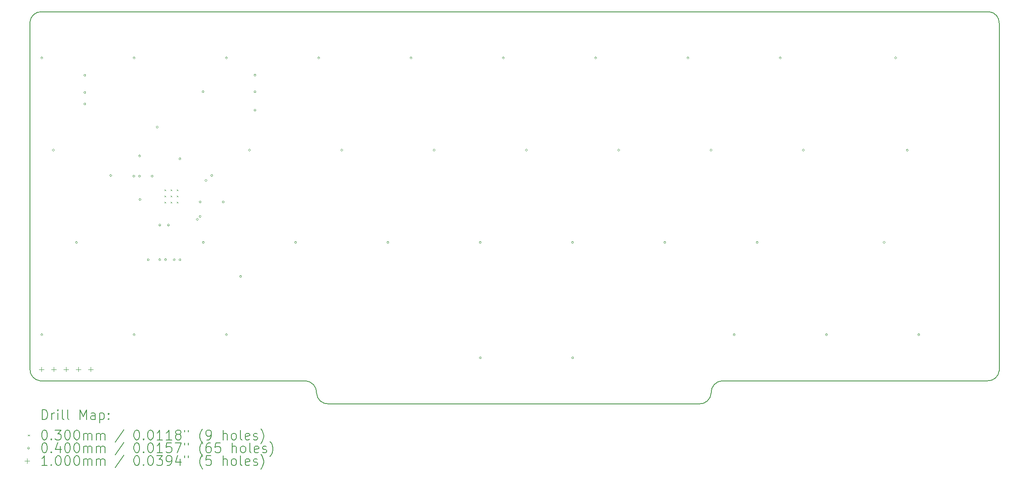
<source format=gbr>
%TF.GenerationSoftware,KiCad,Pcbnew,7.0.6*%
%TF.CreationDate,2023-07-18T22:48:36-04:00*%
%TF.ProjectId,cutiepie2040-standard-stagger,63757469-6570-4696-9532-3034302d7374,rev?*%
%TF.SameCoordinates,PX2d6b3a0PY7aa1830*%
%TF.FileFunction,Drillmap*%
%TF.FilePolarity,Positive*%
%FSLAX45Y45*%
G04 Gerber Fmt 4.5, Leading zero omitted, Abs format (unit mm)*
G04 Created by KiCad (PCBNEW 7.0.6) date 2023-07-18 22:48:36*
%MOMM*%
%LPD*%
G01*
G04 APERTURE LIST*
%ADD10C,0.200000*%
%ADD11C,0.030000*%
%ADD12C,0.040000*%
%ADD13C,0.100000*%
G04 APERTURE END LIST*
D10*
X5914395Y219057D02*
G75*
G03*
X6161467Y29I233053J14026D01*
G01*
X-16Y718780D02*
G75*
G03*
X209988Y476279I231184J-11977D01*
G01*
X20002488Y7857758D02*
X20002488Y687593D01*
X209988Y476279D02*
X5683967Y476279D01*
X20002491Y7857758D02*
G75*
G03*
X19794988Y8096279I-227903J11255D01*
G01*
X14287488Y476279D02*
X19761467Y476279D01*
X-12Y718779D02*
X-12Y7886485D01*
X14287488Y476271D02*
G75*
G03*
X14057061Y221978I11920J-242348D01*
G01*
X13809988Y30D02*
G75*
G03*
X14057061Y221978I12570J234502D01*
G01*
X6161467Y29D02*
X13809988Y29D01*
X5914395Y219057D02*
G75*
G03*
X5683967Y476279I-243827J13396D01*
G01*
X239988Y8096279D02*
G75*
G03*
X-12Y7886485I-10890J-229717D01*
G01*
X239988Y8096279D02*
X19794988Y8096279D01*
X19761466Y476275D02*
G75*
G03*
X20002488Y687593I10532J231097D01*
G01*
D11*
X2774539Y4428761D02*
X2804539Y4398761D01*
X2804539Y4428761D02*
X2774539Y4398761D01*
X2774539Y4301261D02*
X2804539Y4271261D01*
X2804539Y4301261D02*
X2774539Y4271261D01*
X2774539Y4173761D02*
X2804539Y4143761D01*
X2804539Y4173761D02*
X2774539Y4143761D01*
X2902039Y4428761D02*
X2932039Y4398761D01*
X2932039Y4428761D02*
X2902039Y4398761D01*
X2902039Y4301261D02*
X2932039Y4271261D01*
X2932039Y4301261D02*
X2902039Y4271261D01*
X2902039Y4173761D02*
X2932039Y4143761D01*
X2932039Y4173761D02*
X2902039Y4143761D01*
X3029539Y4428761D02*
X3059539Y4398761D01*
X3059539Y4428761D02*
X3029539Y4398761D01*
X3029539Y4301261D02*
X3059539Y4271261D01*
X3059539Y4301261D02*
X3029539Y4271261D01*
X3029539Y4173761D02*
X3059539Y4143761D01*
X3059539Y4173761D02*
X3029539Y4143761D01*
D12*
X263930Y7143779D02*
G75*
G03*
X263930Y7143779I-20000J0D01*
G01*
X263930Y1428779D02*
G75*
G03*
X263930Y1428779I-20000J0D01*
G01*
X502055Y5238779D02*
G75*
G03*
X502055Y5238779I-20000J0D01*
G01*
X978363Y3333779D02*
G75*
G03*
X978363Y3333779I-20000J0D01*
G01*
X1151087Y6786590D02*
G75*
G03*
X1151087Y6786590I-20000J0D01*
G01*
X1151087Y6430563D02*
G75*
G03*
X1151087Y6430563I-20000J0D01*
G01*
X1151087Y6191277D02*
G75*
G03*
X1151087Y6191277I-20000J0D01*
G01*
X1686868Y4716586D02*
G75*
G03*
X1686868Y4716586I-20000J0D01*
G01*
X2163119Y4702994D02*
G75*
G03*
X2163119Y4702994I-20000J0D01*
G01*
X2168930Y7143779D02*
G75*
G03*
X2168930Y7143779I-20000J0D01*
G01*
X2168930Y1428779D02*
G75*
G03*
X2168930Y1428779I-20000J0D01*
G01*
X2282181Y5119713D02*
G75*
G03*
X2282181Y5119713I-20000J0D01*
G01*
X2282181Y4702994D02*
G75*
G03*
X2282181Y4702994I-20000J0D01*
G01*
X2290397Y4218261D02*
G75*
G03*
X2290397Y4218261I-20000J0D01*
G01*
X2460775Y2976587D02*
G75*
G03*
X2460775Y2976587I-20000J0D01*
G01*
X2540109Y4702994D02*
G75*
G03*
X2540109Y4702994I-20000J0D01*
G01*
X2645180Y5715026D02*
G75*
G03*
X2645180Y5715026I-20000J0D01*
G01*
X2698901Y3690962D02*
G75*
G03*
X2698901Y3690962I-20000J0D01*
G01*
X2698901Y2976587D02*
G75*
G03*
X2698901Y2976587I-20000J0D01*
G01*
X2817963Y2976587D02*
G75*
G03*
X2817963Y2976587I-20000J0D01*
G01*
X2877494Y3690962D02*
G75*
G03*
X2877494Y3690962I-20000J0D01*
G01*
X2996557Y2976587D02*
G75*
G03*
X2996557Y2976587I-20000J0D01*
G01*
X3115620Y5060182D02*
G75*
G03*
X3115620Y5060182I-20000J0D01*
G01*
X3115620Y2976587D02*
G75*
G03*
X3115620Y2976587I-20000J0D01*
G01*
X3472807Y3810025D02*
G75*
G03*
X3472807Y3810025I-20000J0D01*
G01*
X3532339Y4170520D02*
G75*
G03*
X3532339Y4170520I-20000J0D01*
G01*
X3532339Y3869556D02*
G75*
G03*
X3532339Y3869556I-20000J0D01*
G01*
X3591885Y6445277D02*
G75*
G03*
X3591885Y6445277I-20000J0D01*
G01*
X3597701Y3333779D02*
G75*
G03*
X3597701Y3333779I-20000J0D01*
G01*
X3651401Y4613656D02*
G75*
G03*
X3651401Y4613656I-20000J0D01*
G01*
X3770464Y4716586D02*
G75*
G03*
X3770464Y4716586I-20000J0D01*
G01*
X4008589Y4170520D02*
G75*
G03*
X4008589Y4170520I-20000J0D01*
G01*
X4073930Y7143779D02*
G75*
G03*
X4073930Y7143779I-20000J0D01*
G01*
X4073930Y1428779D02*
G75*
G03*
X4073930Y1428779I-20000J0D01*
G01*
X4365777Y2630787D02*
G75*
G03*
X4365777Y2630787I-20000J0D01*
G01*
X4550180Y5238779D02*
G75*
G03*
X4550180Y5238779I-20000J0D01*
G01*
X4663433Y6786590D02*
G75*
G03*
X4663433Y6786590I-20000J0D01*
G01*
X4663433Y6445277D02*
G75*
G03*
X4663433Y6445277I-20000J0D01*
G01*
X4663433Y6064277D02*
G75*
G03*
X4663433Y6064277I-20000J0D01*
G01*
X5502738Y3333779D02*
G75*
G03*
X5502738Y3333779I-20000J0D01*
G01*
X5978930Y7143779D02*
G75*
G03*
X5978930Y7143779I-20000J0D01*
G01*
X6455180Y5238779D02*
G75*
G03*
X6455180Y5238779I-20000J0D01*
G01*
X7407738Y3333779D02*
G75*
G03*
X7407738Y3333779I-20000J0D01*
G01*
X7883930Y7143779D02*
G75*
G03*
X7883930Y7143779I-20000J0D01*
G01*
X8360180Y5238779D02*
G75*
G03*
X8360180Y5238779I-20000J0D01*
G01*
X9312738Y3333779D02*
G75*
G03*
X9312738Y3333779I-20000J0D01*
G01*
X9312738Y952522D02*
G75*
G03*
X9312738Y952522I-20000J0D01*
G01*
X9788930Y7143779D02*
G75*
G03*
X9788930Y7143779I-20000J0D01*
G01*
X10265180Y5238779D02*
G75*
G03*
X10265180Y5238779I-20000J0D01*
G01*
X11217738Y3333779D02*
G75*
G03*
X11217738Y3333779I-20000J0D01*
G01*
X11217738Y952522D02*
G75*
G03*
X11217738Y952522I-20000J0D01*
G01*
X11693930Y7143779D02*
G75*
G03*
X11693930Y7143779I-20000J0D01*
G01*
X12170180Y5238779D02*
G75*
G03*
X12170180Y5238779I-20000J0D01*
G01*
X13120811Y3333779D02*
G75*
G03*
X13120811Y3333779I-20000J0D01*
G01*
X13598930Y7143779D02*
G75*
G03*
X13598930Y7143779I-20000J0D01*
G01*
X14075180Y5238779D02*
G75*
G03*
X14075180Y5238779I-20000J0D01*
G01*
X14551430Y1428779D02*
G75*
G03*
X14551430Y1428779I-20000J0D01*
G01*
X15027738Y3333779D02*
G75*
G03*
X15027738Y3333779I-20000J0D01*
G01*
X15503930Y7143779D02*
G75*
G03*
X15503930Y7143779I-20000J0D01*
G01*
X15980180Y5238779D02*
G75*
G03*
X15980180Y5238779I-20000J0D01*
G01*
X16456430Y1428779D02*
G75*
G03*
X16456430Y1428779I-20000J0D01*
G01*
X17647113Y3333779D02*
G75*
G03*
X17647113Y3333779I-20000J0D01*
G01*
X17885180Y7143779D02*
G75*
G03*
X17885180Y7143779I-20000J0D01*
G01*
X18123305Y5238779D02*
G75*
G03*
X18123305Y5238779I-20000J0D01*
G01*
X18361488Y1428754D02*
G75*
G03*
X18361488Y1428754I-20000J0D01*
G01*
D13*
X238117Y764397D02*
X238117Y664397D01*
X188117Y714397D02*
X288117Y714397D01*
X492117Y764397D02*
X492117Y664397D01*
X442117Y714397D02*
X542117Y714397D01*
X746117Y764397D02*
X746117Y664397D01*
X696117Y714397D02*
X796117Y714397D01*
X1000117Y764397D02*
X1000117Y664397D01*
X950117Y714397D02*
X1050117Y714397D01*
X1254117Y764397D02*
X1254117Y664397D01*
X1204117Y714397D02*
X1304117Y714397D01*
D10*
X250451Y-321876D02*
X250451Y-121876D01*
X250451Y-121876D02*
X298070Y-121876D01*
X298070Y-121876D02*
X326641Y-131399D01*
X326641Y-131399D02*
X345689Y-150447D01*
X345689Y-150447D02*
X355213Y-169495D01*
X355213Y-169495D02*
X364737Y-207590D01*
X364737Y-207590D02*
X364737Y-236161D01*
X364737Y-236161D02*
X355213Y-274257D01*
X355213Y-274257D02*
X345689Y-293304D01*
X345689Y-293304D02*
X326641Y-312352D01*
X326641Y-312352D02*
X298070Y-321876D01*
X298070Y-321876D02*
X250451Y-321876D01*
X450451Y-321876D02*
X450451Y-188542D01*
X450451Y-226637D02*
X459975Y-207590D01*
X459975Y-207590D02*
X469498Y-198066D01*
X469498Y-198066D02*
X488546Y-188542D01*
X488546Y-188542D02*
X507594Y-188542D01*
X574260Y-321876D02*
X574260Y-188542D01*
X574260Y-121876D02*
X564737Y-131399D01*
X564737Y-131399D02*
X574260Y-140923D01*
X574260Y-140923D02*
X583784Y-131399D01*
X583784Y-131399D02*
X574260Y-121876D01*
X574260Y-121876D02*
X574260Y-140923D01*
X698070Y-321876D02*
X679022Y-312352D01*
X679022Y-312352D02*
X669499Y-293304D01*
X669499Y-293304D02*
X669499Y-121876D01*
X802832Y-321876D02*
X783784Y-312352D01*
X783784Y-312352D02*
X774260Y-293304D01*
X774260Y-293304D02*
X774260Y-121876D01*
X1031403Y-321876D02*
X1031403Y-121876D01*
X1031403Y-121876D02*
X1098070Y-264733D01*
X1098070Y-264733D02*
X1164737Y-121876D01*
X1164737Y-121876D02*
X1164737Y-321876D01*
X1345689Y-321876D02*
X1345689Y-217114D01*
X1345689Y-217114D02*
X1336165Y-198066D01*
X1336165Y-198066D02*
X1317118Y-188542D01*
X1317118Y-188542D02*
X1279022Y-188542D01*
X1279022Y-188542D02*
X1259975Y-198066D01*
X1345689Y-312352D02*
X1326641Y-321876D01*
X1326641Y-321876D02*
X1279022Y-321876D01*
X1279022Y-321876D02*
X1259975Y-312352D01*
X1259975Y-312352D02*
X1250451Y-293304D01*
X1250451Y-293304D02*
X1250451Y-274257D01*
X1250451Y-274257D02*
X1259975Y-255209D01*
X1259975Y-255209D02*
X1279022Y-245685D01*
X1279022Y-245685D02*
X1326641Y-245685D01*
X1326641Y-245685D02*
X1345689Y-236161D01*
X1440927Y-188542D02*
X1440927Y-388542D01*
X1440927Y-198066D02*
X1459975Y-188542D01*
X1459975Y-188542D02*
X1498070Y-188542D01*
X1498070Y-188542D02*
X1517118Y-198066D01*
X1517118Y-198066D02*
X1526641Y-207590D01*
X1526641Y-207590D02*
X1536165Y-226637D01*
X1536165Y-226637D02*
X1536165Y-283780D01*
X1536165Y-283780D02*
X1526641Y-302828D01*
X1526641Y-302828D02*
X1517118Y-312352D01*
X1517118Y-312352D02*
X1498070Y-321876D01*
X1498070Y-321876D02*
X1459975Y-321876D01*
X1459975Y-321876D02*
X1440927Y-312352D01*
X1621879Y-302828D02*
X1631403Y-312352D01*
X1631403Y-312352D02*
X1621879Y-321876D01*
X1621879Y-321876D02*
X1612356Y-312352D01*
X1612356Y-312352D02*
X1621879Y-302828D01*
X1621879Y-302828D02*
X1621879Y-321876D01*
X1621879Y-198066D02*
X1631403Y-207590D01*
X1631403Y-207590D02*
X1621879Y-217114D01*
X1621879Y-217114D02*
X1612356Y-207590D01*
X1612356Y-207590D02*
X1621879Y-198066D01*
X1621879Y-198066D02*
X1621879Y-217114D01*
D11*
X-40326Y-635392D02*
X-10326Y-665392D01*
X-10326Y-635392D02*
X-40326Y-665392D01*
D10*
X288546Y-541876D02*
X307594Y-541876D01*
X307594Y-541876D02*
X326641Y-551399D01*
X326641Y-551399D02*
X336165Y-560923D01*
X336165Y-560923D02*
X345689Y-579971D01*
X345689Y-579971D02*
X355213Y-618066D01*
X355213Y-618066D02*
X355213Y-665685D01*
X355213Y-665685D02*
X345689Y-703780D01*
X345689Y-703780D02*
X336165Y-722828D01*
X336165Y-722828D02*
X326641Y-732352D01*
X326641Y-732352D02*
X307594Y-741876D01*
X307594Y-741876D02*
X288546Y-741876D01*
X288546Y-741876D02*
X269499Y-732352D01*
X269499Y-732352D02*
X259975Y-722828D01*
X259975Y-722828D02*
X250451Y-703780D01*
X250451Y-703780D02*
X240927Y-665685D01*
X240927Y-665685D02*
X240927Y-618066D01*
X240927Y-618066D02*
X250451Y-579971D01*
X250451Y-579971D02*
X259975Y-560923D01*
X259975Y-560923D02*
X269499Y-551399D01*
X269499Y-551399D02*
X288546Y-541876D01*
X440927Y-722828D02*
X450451Y-732352D01*
X450451Y-732352D02*
X440927Y-741876D01*
X440927Y-741876D02*
X431403Y-732352D01*
X431403Y-732352D02*
X440927Y-722828D01*
X440927Y-722828D02*
X440927Y-741876D01*
X517118Y-541876D02*
X640927Y-541876D01*
X640927Y-541876D02*
X574260Y-618066D01*
X574260Y-618066D02*
X602832Y-618066D01*
X602832Y-618066D02*
X621880Y-627590D01*
X621880Y-627590D02*
X631403Y-637114D01*
X631403Y-637114D02*
X640927Y-656161D01*
X640927Y-656161D02*
X640927Y-703780D01*
X640927Y-703780D02*
X631403Y-722828D01*
X631403Y-722828D02*
X621880Y-732352D01*
X621880Y-732352D02*
X602832Y-741876D01*
X602832Y-741876D02*
X545689Y-741876D01*
X545689Y-741876D02*
X526641Y-732352D01*
X526641Y-732352D02*
X517118Y-722828D01*
X764737Y-541876D02*
X783784Y-541876D01*
X783784Y-541876D02*
X802832Y-551399D01*
X802832Y-551399D02*
X812356Y-560923D01*
X812356Y-560923D02*
X821879Y-579971D01*
X821879Y-579971D02*
X831403Y-618066D01*
X831403Y-618066D02*
X831403Y-665685D01*
X831403Y-665685D02*
X821879Y-703780D01*
X821879Y-703780D02*
X812356Y-722828D01*
X812356Y-722828D02*
X802832Y-732352D01*
X802832Y-732352D02*
X783784Y-741876D01*
X783784Y-741876D02*
X764737Y-741876D01*
X764737Y-741876D02*
X745689Y-732352D01*
X745689Y-732352D02*
X736165Y-722828D01*
X736165Y-722828D02*
X726641Y-703780D01*
X726641Y-703780D02*
X717118Y-665685D01*
X717118Y-665685D02*
X717118Y-618066D01*
X717118Y-618066D02*
X726641Y-579971D01*
X726641Y-579971D02*
X736165Y-560923D01*
X736165Y-560923D02*
X745689Y-551399D01*
X745689Y-551399D02*
X764737Y-541876D01*
X955213Y-541876D02*
X974260Y-541876D01*
X974260Y-541876D02*
X993308Y-551399D01*
X993308Y-551399D02*
X1002832Y-560923D01*
X1002832Y-560923D02*
X1012356Y-579971D01*
X1012356Y-579971D02*
X1021879Y-618066D01*
X1021879Y-618066D02*
X1021879Y-665685D01*
X1021879Y-665685D02*
X1012356Y-703780D01*
X1012356Y-703780D02*
X1002832Y-722828D01*
X1002832Y-722828D02*
X993308Y-732352D01*
X993308Y-732352D02*
X974260Y-741876D01*
X974260Y-741876D02*
X955213Y-741876D01*
X955213Y-741876D02*
X936165Y-732352D01*
X936165Y-732352D02*
X926641Y-722828D01*
X926641Y-722828D02*
X917118Y-703780D01*
X917118Y-703780D02*
X907594Y-665685D01*
X907594Y-665685D02*
X907594Y-618066D01*
X907594Y-618066D02*
X917118Y-579971D01*
X917118Y-579971D02*
X926641Y-560923D01*
X926641Y-560923D02*
X936165Y-551399D01*
X936165Y-551399D02*
X955213Y-541876D01*
X1107594Y-741876D02*
X1107594Y-608542D01*
X1107594Y-627590D02*
X1117118Y-618066D01*
X1117118Y-618066D02*
X1136165Y-608542D01*
X1136165Y-608542D02*
X1164737Y-608542D01*
X1164737Y-608542D02*
X1183784Y-618066D01*
X1183784Y-618066D02*
X1193308Y-637114D01*
X1193308Y-637114D02*
X1193308Y-741876D01*
X1193308Y-637114D02*
X1202832Y-618066D01*
X1202832Y-618066D02*
X1221880Y-608542D01*
X1221880Y-608542D02*
X1250451Y-608542D01*
X1250451Y-608542D02*
X1269499Y-618066D01*
X1269499Y-618066D02*
X1279022Y-637114D01*
X1279022Y-637114D02*
X1279022Y-741876D01*
X1374261Y-741876D02*
X1374261Y-608542D01*
X1374261Y-627590D02*
X1383784Y-618066D01*
X1383784Y-618066D02*
X1402832Y-608542D01*
X1402832Y-608542D02*
X1431403Y-608542D01*
X1431403Y-608542D02*
X1450451Y-618066D01*
X1450451Y-618066D02*
X1459975Y-637114D01*
X1459975Y-637114D02*
X1459975Y-741876D01*
X1459975Y-637114D02*
X1469499Y-618066D01*
X1469499Y-618066D02*
X1488546Y-608542D01*
X1488546Y-608542D02*
X1517118Y-608542D01*
X1517118Y-608542D02*
X1536165Y-618066D01*
X1536165Y-618066D02*
X1545689Y-637114D01*
X1545689Y-637114D02*
X1545689Y-741876D01*
X1936165Y-532352D02*
X1764737Y-789495D01*
X2193308Y-541876D02*
X2212356Y-541876D01*
X2212356Y-541876D02*
X2231404Y-551399D01*
X2231404Y-551399D02*
X2240927Y-560923D01*
X2240927Y-560923D02*
X2250451Y-579971D01*
X2250451Y-579971D02*
X2259975Y-618066D01*
X2259975Y-618066D02*
X2259975Y-665685D01*
X2259975Y-665685D02*
X2250451Y-703780D01*
X2250451Y-703780D02*
X2240927Y-722828D01*
X2240927Y-722828D02*
X2231404Y-732352D01*
X2231404Y-732352D02*
X2212356Y-741876D01*
X2212356Y-741876D02*
X2193308Y-741876D01*
X2193308Y-741876D02*
X2174261Y-732352D01*
X2174261Y-732352D02*
X2164737Y-722828D01*
X2164737Y-722828D02*
X2155213Y-703780D01*
X2155213Y-703780D02*
X2145689Y-665685D01*
X2145689Y-665685D02*
X2145689Y-618066D01*
X2145689Y-618066D02*
X2155213Y-579971D01*
X2155213Y-579971D02*
X2164737Y-560923D01*
X2164737Y-560923D02*
X2174261Y-551399D01*
X2174261Y-551399D02*
X2193308Y-541876D01*
X2345689Y-722828D02*
X2355213Y-732352D01*
X2355213Y-732352D02*
X2345689Y-741876D01*
X2345689Y-741876D02*
X2336165Y-732352D01*
X2336165Y-732352D02*
X2345689Y-722828D01*
X2345689Y-722828D02*
X2345689Y-741876D01*
X2479023Y-541876D02*
X2498070Y-541876D01*
X2498070Y-541876D02*
X2517118Y-551399D01*
X2517118Y-551399D02*
X2526642Y-560923D01*
X2526642Y-560923D02*
X2536165Y-579971D01*
X2536165Y-579971D02*
X2545689Y-618066D01*
X2545689Y-618066D02*
X2545689Y-665685D01*
X2545689Y-665685D02*
X2536165Y-703780D01*
X2536165Y-703780D02*
X2526642Y-722828D01*
X2526642Y-722828D02*
X2517118Y-732352D01*
X2517118Y-732352D02*
X2498070Y-741876D01*
X2498070Y-741876D02*
X2479023Y-741876D01*
X2479023Y-741876D02*
X2459975Y-732352D01*
X2459975Y-732352D02*
X2450451Y-722828D01*
X2450451Y-722828D02*
X2440927Y-703780D01*
X2440927Y-703780D02*
X2431404Y-665685D01*
X2431404Y-665685D02*
X2431404Y-618066D01*
X2431404Y-618066D02*
X2440927Y-579971D01*
X2440927Y-579971D02*
X2450451Y-560923D01*
X2450451Y-560923D02*
X2459975Y-551399D01*
X2459975Y-551399D02*
X2479023Y-541876D01*
X2736165Y-741876D02*
X2621880Y-741876D01*
X2679023Y-741876D02*
X2679023Y-541876D01*
X2679023Y-541876D02*
X2659975Y-570447D01*
X2659975Y-570447D02*
X2640927Y-589495D01*
X2640927Y-589495D02*
X2621880Y-599018D01*
X2926642Y-741876D02*
X2812356Y-741876D01*
X2869499Y-741876D02*
X2869499Y-541876D01*
X2869499Y-541876D02*
X2850451Y-570447D01*
X2850451Y-570447D02*
X2831403Y-589495D01*
X2831403Y-589495D02*
X2812356Y-599018D01*
X3040927Y-627590D02*
X3021880Y-618066D01*
X3021880Y-618066D02*
X3012356Y-608542D01*
X3012356Y-608542D02*
X3002832Y-589495D01*
X3002832Y-589495D02*
X3002832Y-579971D01*
X3002832Y-579971D02*
X3012356Y-560923D01*
X3012356Y-560923D02*
X3021880Y-551399D01*
X3021880Y-551399D02*
X3040927Y-541876D01*
X3040927Y-541876D02*
X3079023Y-541876D01*
X3079023Y-541876D02*
X3098070Y-551399D01*
X3098070Y-551399D02*
X3107594Y-560923D01*
X3107594Y-560923D02*
X3117118Y-579971D01*
X3117118Y-579971D02*
X3117118Y-589495D01*
X3117118Y-589495D02*
X3107594Y-608542D01*
X3107594Y-608542D02*
X3098070Y-618066D01*
X3098070Y-618066D02*
X3079023Y-627590D01*
X3079023Y-627590D02*
X3040927Y-627590D01*
X3040927Y-627590D02*
X3021880Y-637114D01*
X3021880Y-637114D02*
X3012356Y-646638D01*
X3012356Y-646638D02*
X3002832Y-665685D01*
X3002832Y-665685D02*
X3002832Y-703780D01*
X3002832Y-703780D02*
X3012356Y-722828D01*
X3012356Y-722828D02*
X3021880Y-732352D01*
X3021880Y-732352D02*
X3040927Y-741876D01*
X3040927Y-741876D02*
X3079023Y-741876D01*
X3079023Y-741876D02*
X3098070Y-732352D01*
X3098070Y-732352D02*
X3107594Y-722828D01*
X3107594Y-722828D02*
X3117118Y-703780D01*
X3117118Y-703780D02*
X3117118Y-665685D01*
X3117118Y-665685D02*
X3107594Y-646638D01*
X3107594Y-646638D02*
X3098070Y-637114D01*
X3098070Y-637114D02*
X3079023Y-627590D01*
X3193308Y-541876D02*
X3193308Y-579971D01*
X3269499Y-541876D02*
X3269499Y-579971D01*
X3564737Y-818066D02*
X3555213Y-808542D01*
X3555213Y-808542D02*
X3536165Y-779971D01*
X3536165Y-779971D02*
X3526642Y-760923D01*
X3526642Y-760923D02*
X3517118Y-732352D01*
X3517118Y-732352D02*
X3507594Y-684733D01*
X3507594Y-684733D02*
X3507594Y-646638D01*
X3507594Y-646638D02*
X3517118Y-599018D01*
X3517118Y-599018D02*
X3526642Y-570447D01*
X3526642Y-570447D02*
X3536165Y-551399D01*
X3536165Y-551399D02*
X3555213Y-522828D01*
X3555213Y-522828D02*
X3564737Y-513304D01*
X3650451Y-741876D02*
X3688546Y-741876D01*
X3688546Y-741876D02*
X3707594Y-732352D01*
X3707594Y-732352D02*
X3717118Y-722828D01*
X3717118Y-722828D02*
X3736165Y-694257D01*
X3736165Y-694257D02*
X3745689Y-656161D01*
X3745689Y-656161D02*
X3745689Y-579971D01*
X3745689Y-579971D02*
X3736165Y-560923D01*
X3736165Y-560923D02*
X3726642Y-551399D01*
X3726642Y-551399D02*
X3707594Y-541876D01*
X3707594Y-541876D02*
X3669499Y-541876D01*
X3669499Y-541876D02*
X3650451Y-551399D01*
X3650451Y-551399D02*
X3640927Y-560923D01*
X3640927Y-560923D02*
X3631404Y-579971D01*
X3631404Y-579971D02*
X3631404Y-627590D01*
X3631404Y-627590D02*
X3640927Y-646638D01*
X3640927Y-646638D02*
X3650451Y-656161D01*
X3650451Y-656161D02*
X3669499Y-665685D01*
X3669499Y-665685D02*
X3707594Y-665685D01*
X3707594Y-665685D02*
X3726642Y-656161D01*
X3726642Y-656161D02*
X3736165Y-646638D01*
X3736165Y-646638D02*
X3745689Y-627590D01*
X3983785Y-741876D02*
X3983785Y-541876D01*
X4069499Y-741876D02*
X4069499Y-637114D01*
X4069499Y-637114D02*
X4059975Y-618066D01*
X4059975Y-618066D02*
X4040927Y-608542D01*
X4040927Y-608542D02*
X4012356Y-608542D01*
X4012356Y-608542D02*
X3993308Y-618066D01*
X3993308Y-618066D02*
X3983785Y-627590D01*
X4193308Y-741876D02*
X4174261Y-732352D01*
X4174261Y-732352D02*
X4164737Y-722828D01*
X4164737Y-722828D02*
X4155213Y-703780D01*
X4155213Y-703780D02*
X4155213Y-646638D01*
X4155213Y-646638D02*
X4164737Y-627590D01*
X4164737Y-627590D02*
X4174261Y-618066D01*
X4174261Y-618066D02*
X4193308Y-608542D01*
X4193308Y-608542D02*
X4221880Y-608542D01*
X4221880Y-608542D02*
X4240928Y-618066D01*
X4240928Y-618066D02*
X4250451Y-627590D01*
X4250451Y-627590D02*
X4259975Y-646638D01*
X4259975Y-646638D02*
X4259975Y-703780D01*
X4259975Y-703780D02*
X4250451Y-722828D01*
X4250451Y-722828D02*
X4240928Y-732352D01*
X4240928Y-732352D02*
X4221880Y-741876D01*
X4221880Y-741876D02*
X4193308Y-741876D01*
X4374261Y-741876D02*
X4355213Y-732352D01*
X4355213Y-732352D02*
X4345689Y-713304D01*
X4345689Y-713304D02*
X4345689Y-541876D01*
X4526642Y-732352D02*
X4507594Y-741876D01*
X4507594Y-741876D02*
X4469499Y-741876D01*
X4469499Y-741876D02*
X4450451Y-732352D01*
X4450451Y-732352D02*
X4440928Y-713304D01*
X4440928Y-713304D02*
X4440928Y-637114D01*
X4440928Y-637114D02*
X4450451Y-618066D01*
X4450451Y-618066D02*
X4469499Y-608542D01*
X4469499Y-608542D02*
X4507594Y-608542D01*
X4507594Y-608542D02*
X4526642Y-618066D01*
X4526642Y-618066D02*
X4536166Y-637114D01*
X4536166Y-637114D02*
X4536166Y-656161D01*
X4536166Y-656161D02*
X4440928Y-675209D01*
X4612356Y-732352D02*
X4631404Y-741876D01*
X4631404Y-741876D02*
X4669499Y-741876D01*
X4669499Y-741876D02*
X4688547Y-732352D01*
X4688547Y-732352D02*
X4698070Y-713304D01*
X4698070Y-713304D02*
X4698070Y-703780D01*
X4698070Y-703780D02*
X4688547Y-684733D01*
X4688547Y-684733D02*
X4669499Y-675209D01*
X4669499Y-675209D02*
X4640928Y-675209D01*
X4640928Y-675209D02*
X4621880Y-665685D01*
X4621880Y-665685D02*
X4612356Y-646638D01*
X4612356Y-646638D02*
X4612356Y-637114D01*
X4612356Y-637114D02*
X4621880Y-618066D01*
X4621880Y-618066D02*
X4640928Y-608542D01*
X4640928Y-608542D02*
X4669499Y-608542D01*
X4669499Y-608542D02*
X4688547Y-618066D01*
X4764737Y-818066D02*
X4774261Y-808542D01*
X4774261Y-808542D02*
X4793309Y-779971D01*
X4793309Y-779971D02*
X4802832Y-760923D01*
X4802832Y-760923D02*
X4812356Y-732352D01*
X4812356Y-732352D02*
X4821880Y-684733D01*
X4821880Y-684733D02*
X4821880Y-646638D01*
X4821880Y-646638D02*
X4812356Y-599018D01*
X4812356Y-599018D02*
X4802832Y-570447D01*
X4802832Y-570447D02*
X4793309Y-551399D01*
X4793309Y-551399D02*
X4774261Y-522828D01*
X4774261Y-522828D02*
X4764737Y-513304D01*
D12*
X-10326Y-914392D02*
G75*
G03*
X-10326Y-914392I-20000J0D01*
G01*
D10*
X288546Y-805876D02*
X307594Y-805876D01*
X307594Y-805876D02*
X326641Y-815399D01*
X326641Y-815399D02*
X336165Y-824923D01*
X336165Y-824923D02*
X345689Y-843971D01*
X345689Y-843971D02*
X355213Y-882066D01*
X355213Y-882066D02*
X355213Y-929685D01*
X355213Y-929685D02*
X345689Y-967780D01*
X345689Y-967780D02*
X336165Y-986828D01*
X336165Y-986828D02*
X326641Y-996352D01*
X326641Y-996352D02*
X307594Y-1005876D01*
X307594Y-1005876D02*
X288546Y-1005876D01*
X288546Y-1005876D02*
X269499Y-996352D01*
X269499Y-996352D02*
X259975Y-986828D01*
X259975Y-986828D02*
X250451Y-967780D01*
X250451Y-967780D02*
X240927Y-929685D01*
X240927Y-929685D02*
X240927Y-882066D01*
X240927Y-882066D02*
X250451Y-843971D01*
X250451Y-843971D02*
X259975Y-824923D01*
X259975Y-824923D02*
X269499Y-815399D01*
X269499Y-815399D02*
X288546Y-805876D01*
X440927Y-986828D02*
X450451Y-996352D01*
X450451Y-996352D02*
X440927Y-1005876D01*
X440927Y-1005876D02*
X431403Y-996352D01*
X431403Y-996352D02*
X440927Y-986828D01*
X440927Y-986828D02*
X440927Y-1005876D01*
X621880Y-872542D02*
X621880Y-1005876D01*
X574260Y-796352D02*
X526641Y-939209D01*
X526641Y-939209D02*
X650451Y-939209D01*
X764737Y-805876D02*
X783784Y-805876D01*
X783784Y-805876D02*
X802832Y-815399D01*
X802832Y-815399D02*
X812356Y-824923D01*
X812356Y-824923D02*
X821879Y-843971D01*
X821879Y-843971D02*
X831403Y-882066D01*
X831403Y-882066D02*
X831403Y-929685D01*
X831403Y-929685D02*
X821879Y-967780D01*
X821879Y-967780D02*
X812356Y-986828D01*
X812356Y-986828D02*
X802832Y-996352D01*
X802832Y-996352D02*
X783784Y-1005876D01*
X783784Y-1005876D02*
X764737Y-1005876D01*
X764737Y-1005876D02*
X745689Y-996352D01*
X745689Y-996352D02*
X736165Y-986828D01*
X736165Y-986828D02*
X726641Y-967780D01*
X726641Y-967780D02*
X717118Y-929685D01*
X717118Y-929685D02*
X717118Y-882066D01*
X717118Y-882066D02*
X726641Y-843971D01*
X726641Y-843971D02*
X736165Y-824923D01*
X736165Y-824923D02*
X745689Y-815399D01*
X745689Y-815399D02*
X764737Y-805876D01*
X955213Y-805876D02*
X974260Y-805876D01*
X974260Y-805876D02*
X993308Y-815399D01*
X993308Y-815399D02*
X1002832Y-824923D01*
X1002832Y-824923D02*
X1012356Y-843971D01*
X1012356Y-843971D02*
X1021879Y-882066D01*
X1021879Y-882066D02*
X1021879Y-929685D01*
X1021879Y-929685D02*
X1012356Y-967780D01*
X1012356Y-967780D02*
X1002832Y-986828D01*
X1002832Y-986828D02*
X993308Y-996352D01*
X993308Y-996352D02*
X974260Y-1005876D01*
X974260Y-1005876D02*
X955213Y-1005876D01*
X955213Y-1005876D02*
X936165Y-996352D01*
X936165Y-996352D02*
X926641Y-986828D01*
X926641Y-986828D02*
X917118Y-967780D01*
X917118Y-967780D02*
X907594Y-929685D01*
X907594Y-929685D02*
X907594Y-882066D01*
X907594Y-882066D02*
X917118Y-843971D01*
X917118Y-843971D02*
X926641Y-824923D01*
X926641Y-824923D02*
X936165Y-815399D01*
X936165Y-815399D02*
X955213Y-805876D01*
X1107594Y-1005876D02*
X1107594Y-872542D01*
X1107594Y-891590D02*
X1117118Y-882066D01*
X1117118Y-882066D02*
X1136165Y-872542D01*
X1136165Y-872542D02*
X1164737Y-872542D01*
X1164737Y-872542D02*
X1183784Y-882066D01*
X1183784Y-882066D02*
X1193308Y-901114D01*
X1193308Y-901114D02*
X1193308Y-1005876D01*
X1193308Y-901114D02*
X1202832Y-882066D01*
X1202832Y-882066D02*
X1221880Y-872542D01*
X1221880Y-872542D02*
X1250451Y-872542D01*
X1250451Y-872542D02*
X1269499Y-882066D01*
X1269499Y-882066D02*
X1279022Y-901114D01*
X1279022Y-901114D02*
X1279022Y-1005876D01*
X1374261Y-1005876D02*
X1374261Y-872542D01*
X1374261Y-891590D02*
X1383784Y-882066D01*
X1383784Y-882066D02*
X1402832Y-872542D01*
X1402832Y-872542D02*
X1431403Y-872542D01*
X1431403Y-872542D02*
X1450451Y-882066D01*
X1450451Y-882066D02*
X1459975Y-901114D01*
X1459975Y-901114D02*
X1459975Y-1005876D01*
X1459975Y-901114D02*
X1469499Y-882066D01*
X1469499Y-882066D02*
X1488546Y-872542D01*
X1488546Y-872542D02*
X1517118Y-872542D01*
X1517118Y-872542D02*
X1536165Y-882066D01*
X1536165Y-882066D02*
X1545689Y-901114D01*
X1545689Y-901114D02*
X1545689Y-1005876D01*
X1936165Y-796352D02*
X1764737Y-1053495D01*
X2193308Y-805876D02*
X2212356Y-805876D01*
X2212356Y-805876D02*
X2231404Y-815399D01*
X2231404Y-815399D02*
X2240927Y-824923D01*
X2240927Y-824923D02*
X2250451Y-843971D01*
X2250451Y-843971D02*
X2259975Y-882066D01*
X2259975Y-882066D02*
X2259975Y-929685D01*
X2259975Y-929685D02*
X2250451Y-967780D01*
X2250451Y-967780D02*
X2240927Y-986828D01*
X2240927Y-986828D02*
X2231404Y-996352D01*
X2231404Y-996352D02*
X2212356Y-1005876D01*
X2212356Y-1005876D02*
X2193308Y-1005876D01*
X2193308Y-1005876D02*
X2174261Y-996352D01*
X2174261Y-996352D02*
X2164737Y-986828D01*
X2164737Y-986828D02*
X2155213Y-967780D01*
X2155213Y-967780D02*
X2145689Y-929685D01*
X2145689Y-929685D02*
X2145689Y-882066D01*
X2145689Y-882066D02*
X2155213Y-843971D01*
X2155213Y-843971D02*
X2164737Y-824923D01*
X2164737Y-824923D02*
X2174261Y-815399D01*
X2174261Y-815399D02*
X2193308Y-805876D01*
X2345689Y-986828D02*
X2355213Y-996352D01*
X2355213Y-996352D02*
X2345689Y-1005876D01*
X2345689Y-1005876D02*
X2336165Y-996352D01*
X2336165Y-996352D02*
X2345689Y-986828D01*
X2345689Y-986828D02*
X2345689Y-1005876D01*
X2479023Y-805876D02*
X2498070Y-805876D01*
X2498070Y-805876D02*
X2517118Y-815399D01*
X2517118Y-815399D02*
X2526642Y-824923D01*
X2526642Y-824923D02*
X2536165Y-843971D01*
X2536165Y-843971D02*
X2545689Y-882066D01*
X2545689Y-882066D02*
X2545689Y-929685D01*
X2545689Y-929685D02*
X2536165Y-967780D01*
X2536165Y-967780D02*
X2526642Y-986828D01*
X2526642Y-986828D02*
X2517118Y-996352D01*
X2517118Y-996352D02*
X2498070Y-1005876D01*
X2498070Y-1005876D02*
X2479023Y-1005876D01*
X2479023Y-1005876D02*
X2459975Y-996352D01*
X2459975Y-996352D02*
X2450451Y-986828D01*
X2450451Y-986828D02*
X2440927Y-967780D01*
X2440927Y-967780D02*
X2431404Y-929685D01*
X2431404Y-929685D02*
X2431404Y-882066D01*
X2431404Y-882066D02*
X2440927Y-843971D01*
X2440927Y-843971D02*
X2450451Y-824923D01*
X2450451Y-824923D02*
X2459975Y-815399D01*
X2459975Y-815399D02*
X2479023Y-805876D01*
X2736165Y-1005876D02*
X2621880Y-1005876D01*
X2679023Y-1005876D02*
X2679023Y-805876D01*
X2679023Y-805876D02*
X2659975Y-834447D01*
X2659975Y-834447D02*
X2640927Y-853495D01*
X2640927Y-853495D02*
X2621880Y-863018D01*
X2917118Y-805876D02*
X2821880Y-805876D01*
X2821880Y-805876D02*
X2812356Y-901114D01*
X2812356Y-901114D02*
X2821880Y-891590D01*
X2821880Y-891590D02*
X2840927Y-882066D01*
X2840927Y-882066D02*
X2888546Y-882066D01*
X2888546Y-882066D02*
X2907594Y-891590D01*
X2907594Y-891590D02*
X2917118Y-901114D01*
X2917118Y-901114D02*
X2926642Y-920161D01*
X2926642Y-920161D02*
X2926642Y-967780D01*
X2926642Y-967780D02*
X2917118Y-986828D01*
X2917118Y-986828D02*
X2907594Y-996352D01*
X2907594Y-996352D02*
X2888546Y-1005876D01*
X2888546Y-1005876D02*
X2840927Y-1005876D01*
X2840927Y-1005876D02*
X2821880Y-996352D01*
X2821880Y-996352D02*
X2812356Y-986828D01*
X2993308Y-805876D02*
X3126642Y-805876D01*
X3126642Y-805876D02*
X3040927Y-1005876D01*
X3193308Y-805876D02*
X3193308Y-843971D01*
X3269499Y-805876D02*
X3269499Y-843971D01*
X3564737Y-1082066D02*
X3555213Y-1072542D01*
X3555213Y-1072542D02*
X3536165Y-1043971D01*
X3536165Y-1043971D02*
X3526642Y-1024923D01*
X3526642Y-1024923D02*
X3517118Y-996352D01*
X3517118Y-996352D02*
X3507594Y-948733D01*
X3507594Y-948733D02*
X3507594Y-910637D01*
X3507594Y-910637D02*
X3517118Y-863018D01*
X3517118Y-863018D02*
X3526642Y-834447D01*
X3526642Y-834447D02*
X3536165Y-815399D01*
X3536165Y-815399D02*
X3555213Y-786828D01*
X3555213Y-786828D02*
X3564737Y-777304D01*
X3726642Y-805876D02*
X3688546Y-805876D01*
X3688546Y-805876D02*
X3669499Y-815399D01*
X3669499Y-815399D02*
X3659975Y-824923D01*
X3659975Y-824923D02*
X3640927Y-853495D01*
X3640927Y-853495D02*
X3631404Y-891590D01*
X3631404Y-891590D02*
X3631404Y-967780D01*
X3631404Y-967780D02*
X3640927Y-986828D01*
X3640927Y-986828D02*
X3650451Y-996352D01*
X3650451Y-996352D02*
X3669499Y-1005876D01*
X3669499Y-1005876D02*
X3707594Y-1005876D01*
X3707594Y-1005876D02*
X3726642Y-996352D01*
X3726642Y-996352D02*
X3736165Y-986828D01*
X3736165Y-986828D02*
X3745689Y-967780D01*
X3745689Y-967780D02*
X3745689Y-920161D01*
X3745689Y-920161D02*
X3736165Y-901114D01*
X3736165Y-901114D02*
X3726642Y-891590D01*
X3726642Y-891590D02*
X3707594Y-882066D01*
X3707594Y-882066D02*
X3669499Y-882066D01*
X3669499Y-882066D02*
X3650451Y-891590D01*
X3650451Y-891590D02*
X3640927Y-901114D01*
X3640927Y-901114D02*
X3631404Y-920161D01*
X3926642Y-805876D02*
X3831404Y-805876D01*
X3831404Y-805876D02*
X3821880Y-901114D01*
X3821880Y-901114D02*
X3831404Y-891590D01*
X3831404Y-891590D02*
X3850451Y-882066D01*
X3850451Y-882066D02*
X3898070Y-882066D01*
X3898070Y-882066D02*
X3917118Y-891590D01*
X3917118Y-891590D02*
X3926642Y-901114D01*
X3926642Y-901114D02*
X3936165Y-920161D01*
X3936165Y-920161D02*
X3936165Y-967780D01*
X3936165Y-967780D02*
X3926642Y-986828D01*
X3926642Y-986828D02*
X3917118Y-996352D01*
X3917118Y-996352D02*
X3898070Y-1005876D01*
X3898070Y-1005876D02*
X3850451Y-1005876D01*
X3850451Y-1005876D02*
X3831404Y-996352D01*
X3831404Y-996352D02*
X3821880Y-986828D01*
X4174261Y-1005876D02*
X4174261Y-805876D01*
X4259975Y-1005876D02*
X4259975Y-901114D01*
X4259975Y-901114D02*
X4250451Y-882066D01*
X4250451Y-882066D02*
X4231404Y-872542D01*
X4231404Y-872542D02*
X4202832Y-872542D01*
X4202832Y-872542D02*
X4183785Y-882066D01*
X4183785Y-882066D02*
X4174261Y-891590D01*
X4383785Y-1005876D02*
X4364737Y-996352D01*
X4364737Y-996352D02*
X4355213Y-986828D01*
X4355213Y-986828D02*
X4345689Y-967780D01*
X4345689Y-967780D02*
X4345689Y-910637D01*
X4345689Y-910637D02*
X4355213Y-891590D01*
X4355213Y-891590D02*
X4364737Y-882066D01*
X4364737Y-882066D02*
X4383785Y-872542D01*
X4383785Y-872542D02*
X4412356Y-872542D01*
X4412356Y-872542D02*
X4431404Y-882066D01*
X4431404Y-882066D02*
X4440928Y-891590D01*
X4440928Y-891590D02*
X4450451Y-910637D01*
X4450451Y-910637D02*
X4450451Y-967780D01*
X4450451Y-967780D02*
X4440928Y-986828D01*
X4440928Y-986828D02*
X4431404Y-996352D01*
X4431404Y-996352D02*
X4412356Y-1005876D01*
X4412356Y-1005876D02*
X4383785Y-1005876D01*
X4564737Y-1005876D02*
X4545689Y-996352D01*
X4545689Y-996352D02*
X4536166Y-977304D01*
X4536166Y-977304D02*
X4536166Y-805876D01*
X4717118Y-996352D02*
X4698070Y-1005876D01*
X4698070Y-1005876D02*
X4659975Y-1005876D01*
X4659975Y-1005876D02*
X4640928Y-996352D01*
X4640928Y-996352D02*
X4631404Y-977304D01*
X4631404Y-977304D02*
X4631404Y-901114D01*
X4631404Y-901114D02*
X4640928Y-882066D01*
X4640928Y-882066D02*
X4659975Y-872542D01*
X4659975Y-872542D02*
X4698070Y-872542D01*
X4698070Y-872542D02*
X4717118Y-882066D01*
X4717118Y-882066D02*
X4726642Y-901114D01*
X4726642Y-901114D02*
X4726642Y-920161D01*
X4726642Y-920161D02*
X4631404Y-939209D01*
X4802832Y-996352D02*
X4821880Y-1005876D01*
X4821880Y-1005876D02*
X4859975Y-1005876D01*
X4859975Y-1005876D02*
X4879023Y-996352D01*
X4879023Y-996352D02*
X4888547Y-977304D01*
X4888547Y-977304D02*
X4888547Y-967780D01*
X4888547Y-967780D02*
X4879023Y-948733D01*
X4879023Y-948733D02*
X4859975Y-939209D01*
X4859975Y-939209D02*
X4831404Y-939209D01*
X4831404Y-939209D02*
X4812356Y-929685D01*
X4812356Y-929685D02*
X4802832Y-910637D01*
X4802832Y-910637D02*
X4802832Y-901114D01*
X4802832Y-901114D02*
X4812356Y-882066D01*
X4812356Y-882066D02*
X4831404Y-872542D01*
X4831404Y-872542D02*
X4859975Y-872542D01*
X4859975Y-872542D02*
X4879023Y-882066D01*
X4955213Y-1082066D02*
X4964737Y-1072542D01*
X4964737Y-1072542D02*
X4983785Y-1043971D01*
X4983785Y-1043971D02*
X4993309Y-1024923D01*
X4993309Y-1024923D02*
X5002832Y-996352D01*
X5002832Y-996352D02*
X5012356Y-948733D01*
X5012356Y-948733D02*
X5012356Y-910637D01*
X5012356Y-910637D02*
X5002832Y-863018D01*
X5002832Y-863018D02*
X4993309Y-834447D01*
X4993309Y-834447D02*
X4983785Y-815399D01*
X4983785Y-815399D02*
X4964737Y-786828D01*
X4964737Y-786828D02*
X4955213Y-777304D01*
D13*
X-60326Y-1128392D02*
X-60326Y-1228392D01*
X-110326Y-1178392D02*
X-10326Y-1178392D01*
D10*
X355213Y-1269876D02*
X240927Y-1269876D01*
X298070Y-1269876D02*
X298070Y-1069876D01*
X298070Y-1069876D02*
X279022Y-1098447D01*
X279022Y-1098447D02*
X259975Y-1117495D01*
X259975Y-1117495D02*
X240927Y-1127018D01*
X440927Y-1250828D02*
X450451Y-1260352D01*
X450451Y-1260352D02*
X440927Y-1269876D01*
X440927Y-1269876D02*
X431403Y-1260352D01*
X431403Y-1260352D02*
X440927Y-1250828D01*
X440927Y-1250828D02*
X440927Y-1269876D01*
X574260Y-1069876D02*
X593308Y-1069876D01*
X593308Y-1069876D02*
X612356Y-1079399D01*
X612356Y-1079399D02*
X621880Y-1088923D01*
X621880Y-1088923D02*
X631403Y-1107971D01*
X631403Y-1107971D02*
X640927Y-1146066D01*
X640927Y-1146066D02*
X640927Y-1193685D01*
X640927Y-1193685D02*
X631403Y-1231780D01*
X631403Y-1231780D02*
X621880Y-1250828D01*
X621880Y-1250828D02*
X612356Y-1260352D01*
X612356Y-1260352D02*
X593308Y-1269876D01*
X593308Y-1269876D02*
X574260Y-1269876D01*
X574260Y-1269876D02*
X555213Y-1260352D01*
X555213Y-1260352D02*
X545689Y-1250828D01*
X545689Y-1250828D02*
X536165Y-1231780D01*
X536165Y-1231780D02*
X526641Y-1193685D01*
X526641Y-1193685D02*
X526641Y-1146066D01*
X526641Y-1146066D02*
X536165Y-1107971D01*
X536165Y-1107971D02*
X545689Y-1088923D01*
X545689Y-1088923D02*
X555213Y-1079399D01*
X555213Y-1079399D02*
X574260Y-1069876D01*
X764737Y-1069876D02*
X783784Y-1069876D01*
X783784Y-1069876D02*
X802832Y-1079399D01*
X802832Y-1079399D02*
X812356Y-1088923D01*
X812356Y-1088923D02*
X821879Y-1107971D01*
X821879Y-1107971D02*
X831403Y-1146066D01*
X831403Y-1146066D02*
X831403Y-1193685D01*
X831403Y-1193685D02*
X821879Y-1231780D01*
X821879Y-1231780D02*
X812356Y-1250828D01*
X812356Y-1250828D02*
X802832Y-1260352D01*
X802832Y-1260352D02*
X783784Y-1269876D01*
X783784Y-1269876D02*
X764737Y-1269876D01*
X764737Y-1269876D02*
X745689Y-1260352D01*
X745689Y-1260352D02*
X736165Y-1250828D01*
X736165Y-1250828D02*
X726641Y-1231780D01*
X726641Y-1231780D02*
X717118Y-1193685D01*
X717118Y-1193685D02*
X717118Y-1146066D01*
X717118Y-1146066D02*
X726641Y-1107971D01*
X726641Y-1107971D02*
X736165Y-1088923D01*
X736165Y-1088923D02*
X745689Y-1079399D01*
X745689Y-1079399D02*
X764737Y-1069876D01*
X955213Y-1069876D02*
X974260Y-1069876D01*
X974260Y-1069876D02*
X993308Y-1079399D01*
X993308Y-1079399D02*
X1002832Y-1088923D01*
X1002832Y-1088923D02*
X1012356Y-1107971D01*
X1012356Y-1107971D02*
X1021879Y-1146066D01*
X1021879Y-1146066D02*
X1021879Y-1193685D01*
X1021879Y-1193685D02*
X1012356Y-1231780D01*
X1012356Y-1231780D02*
X1002832Y-1250828D01*
X1002832Y-1250828D02*
X993308Y-1260352D01*
X993308Y-1260352D02*
X974260Y-1269876D01*
X974260Y-1269876D02*
X955213Y-1269876D01*
X955213Y-1269876D02*
X936165Y-1260352D01*
X936165Y-1260352D02*
X926641Y-1250828D01*
X926641Y-1250828D02*
X917118Y-1231780D01*
X917118Y-1231780D02*
X907594Y-1193685D01*
X907594Y-1193685D02*
X907594Y-1146066D01*
X907594Y-1146066D02*
X917118Y-1107971D01*
X917118Y-1107971D02*
X926641Y-1088923D01*
X926641Y-1088923D02*
X936165Y-1079399D01*
X936165Y-1079399D02*
X955213Y-1069876D01*
X1107594Y-1269876D02*
X1107594Y-1136542D01*
X1107594Y-1155590D02*
X1117118Y-1146066D01*
X1117118Y-1146066D02*
X1136165Y-1136542D01*
X1136165Y-1136542D02*
X1164737Y-1136542D01*
X1164737Y-1136542D02*
X1183784Y-1146066D01*
X1183784Y-1146066D02*
X1193308Y-1165114D01*
X1193308Y-1165114D02*
X1193308Y-1269876D01*
X1193308Y-1165114D02*
X1202832Y-1146066D01*
X1202832Y-1146066D02*
X1221880Y-1136542D01*
X1221880Y-1136542D02*
X1250451Y-1136542D01*
X1250451Y-1136542D02*
X1269499Y-1146066D01*
X1269499Y-1146066D02*
X1279022Y-1165114D01*
X1279022Y-1165114D02*
X1279022Y-1269876D01*
X1374261Y-1269876D02*
X1374261Y-1136542D01*
X1374261Y-1155590D02*
X1383784Y-1146066D01*
X1383784Y-1146066D02*
X1402832Y-1136542D01*
X1402832Y-1136542D02*
X1431403Y-1136542D01*
X1431403Y-1136542D02*
X1450451Y-1146066D01*
X1450451Y-1146066D02*
X1459975Y-1165114D01*
X1459975Y-1165114D02*
X1459975Y-1269876D01*
X1459975Y-1165114D02*
X1469499Y-1146066D01*
X1469499Y-1146066D02*
X1488546Y-1136542D01*
X1488546Y-1136542D02*
X1517118Y-1136542D01*
X1517118Y-1136542D02*
X1536165Y-1146066D01*
X1536165Y-1146066D02*
X1545689Y-1165114D01*
X1545689Y-1165114D02*
X1545689Y-1269876D01*
X1936165Y-1060352D02*
X1764737Y-1317495D01*
X2193308Y-1069876D02*
X2212356Y-1069876D01*
X2212356Y-1069876D02*
X2231404Y-1079399D01*
X2231404Y-1079399D02*
X2240927Y-1088923D01*
X2240927Y-1088923D02*
X2250451Y-1107971D01*
X2250451Y-1107971D02*
X2259975Y-1146066D01*
X2259975Y-1146066D02*
X2259975Y-1193685D01*
X2259975Y-1193685D02*
X2250451Y-1231780D01*
X2250451Y-1231780D02*
X2240927Y-1250828D01*
X2240927Y-1250828D02*
X2231404Y-1260352D01*
X2231404Y-1260352D02*
X2212356Y-1269876D01*
X2212356Y-1269876D02*
X2193308Y-1269876D01*
X2193308Y-1269876D02*
X2174261Y-1260352D01*
X2174261Y-1260352D02*
X2164737Y-1250828D01*
X2164737Y-1250828D02*
X2155213Y-1231780D01*
X2155213Y-1231780D02*
X2145689Y-1193685D01*
X2145689Y-1193685D02*
X2145689Y-1146066D01*
X2145689Y-1146066D02*
X2155213Y-1107971D01*
X2155213Y-1107971D02*
X2164737Y-1088923D01*
X2164737Y-1088923D02*
X2174261Y-1079399D01*
X2174261Y-1079399D02*
X2193308Y-1069876D01*
X2345689Y-1250828D02*
X2355213Y-1260352D01*
X2355213Y-1260352D02*
X2345689Y-1269876D01*
X2345689Y-1269876D02*
X2336165Y-1260352D01*
X2336165Y-1260352D02*
X2345689Y-1250828D01*
X2345689Y-1250828D02*
X2345689Y-1269876D01*
X2479023Y-1069876D02*
X2498070Y-1069876D01*
X2498070Y-1069876D02*
X2517118Y-1079399D01*
X2517118Y-1079399D02*
X2526642Y-1088923D01*
X2526642Y-1088923D02*
X2536165Y-1107971D01*
X2536165Y-1107971D02*
X2545689Y-1146066D01*
X2545689Y-1146066D02*
X2545689Y-1193685D01*
X2545689Y-1193685D02*
X2536165Y-1231780D01*
X2536165Y-1231780D02*
X2526642Y-1250828D01*
X2526642Y-1250828D02*
X2517118Y-1260352D01*
X2517118Y-1260352D02*
X2498070Y-1269876D01*
X2498070Y-1269876D02*
X2479023Y-1269876D01*
X2479023Y-1269876D02*
X2459975Y-1260352D01*
X2459975Y-1260352D02*
X2450451Y-1250828D01*
X2450451Y-1250828D02*
X2440927Y-1231780D01*
X2440927Y-1231780D02*
X2431404Y-1193685D01*
X2431404Y-1193685D02*
X2431404Y-1146066D01*
X2431404Y-1146066D02*
X2440927Y-1107971D01*
X2440927Y-1107971D02*
X2450451Y-1088923D01*
X2450451Y-1088923D02*
X2459975Y-1079399D01*
X2459975Y-1079399D02*
X2479023Y-1069876D01*
X2612356Y-1069876D02*
X2736165Y-1069876D01*
X2736165Y-1069876D02*
X2669499Y-1146066D01*
X2669499Y-1146066D02*
X2698070Y-1146066D01*
X2698070Y-1146066D02*
X2717118Y-1155590D01*
X2717118Y-1155590D02*
X2726642Y-1165114D01*
X2726642Y-1165114D02*
X2736165Y-1184161D01*
X2736165Y-1184161D02*
X2736165Y-1231780D01*
X2736165Y-1231780D02*
X2726642Y-1250828D01*
X2726642Y-1250828D02*
X2717118Y-1260352D01*
X2717118Y-1260352D02*
X2698070Y-1269876D01*
X2698070Y-1269876D02*
X2640927Y-1269876D01*
X2640927Y-1269876D02*
X2621880Y-1260352D01*
X2621880Y-1260352D02*
X2612356Y-1250828D01*
X2831403Y-1269876D02*
X2869499Y-1269876D01*
X2869499Y-1269876D02*
X2888546Y-1260352D01*
X2888546Y-1260352D02*
X2898070Y-1250828D01*
X2898070Y-1250828D02*
X2917118Y-1222257D01*
X2917118Y-1222257D02*
X2926642Y-1184161D01*
X2926642Y-1184161D02*
X2926642Y-1107971D01*
X2926642Y-1107971D02*
X2917118Y-1088923D01*
X2917118Y-1088923D02*
X2907594Y-1079399D01*
X2907594Y-1079399D02*
X2888546Y-1069876D01*
X2888546Y-1069876D02*
X2850451Y-1069876D01*
X2850451Y-1069876D02*
X2831403Y-1079399D01*
X2831403Y-1079399D02*
X2821880Y-1088923D01*
X2821880Y-1088923D02*
X2812356Y-1107971D01*
X2812356Y-1107971D02*
X2812356Y-1155590D01*
X2812356Y-1155590D02*
X2821880Y-1174638D01*
X2821880Y-1174638D02*
X2831403Y-1184161D01*
X2831403Y-1184161D02*
X2850451Y-1193685D01*
X2850451Y-1193685D02*
X2888546Y-1193685D01*
X2888546Y-1193685D02*
X2907594Y-1184161D01*
X2907594Y-1184161D02*
X2917118Y-1174638D01*
X2917118Y-1174638D02*
X2926642Y-1155590D01*
X3098070Y-1136542D02*
X3098070Y-1269876D01*
X3050451Y-1060352D02*
X3002832Y-1203209D01*
X3002832Y-1203209D02*
X3126642Y-1203209D01*
X3193308Y-1069876D02*
X3193308Y-1107971D01*
X3269499Y-1069876D02*
X3269499Y-1107971D01*
X3564737Y-1346066D02*
X3555213Y-1336542D01*
X3555213Y-1336542D02*
X3536165Y-1307971D01*
X3536165Y-1307971D02*
X3526642Y-1288923D01*
X3526642Y-1288923D02*
X3517118Y-1260352D01*
X3517118Y-1260352D02*
X3507594Y-1212733D01*
X3507594Y-1212733D02*
X3507594Y-1174638D01*
X3507594Y-1174638D02*
X3517118Y-1127018D01*
X3517118Y-1127018D02*
X3526642Y-1098447D01*
X3526642Y-1098447D02*
X3536165Y-1079399D01*
X3536165Y-1079399D02*
X3555213Y-1050828D01*
X3555213Y-1050828D02*
X3564737Y-1041304D01*
X3736165Y-1069876D02*
X3640927Y-1069876D01*
X3640927Y-1069876D02*
X3631404Y-1165114D01*
X3631404Y-1165114D02*
X3640927Y-1155590D01*
X3640927Y-1155590D02*
X3659975Y-1146066D01*
X3659975Y-1146066D02*
X3707594Y-1146066D01*
X3707594Y-1146066D02*
X3726642Y-1155590D01*
X3726642Y-1155590D02*
X3736165Y-1165114D01*
X3736165Y-1165114D02*
X3745689Y-1184161D01*
X3745689Y-1184161D02*
X3745689Y-1231780D01*
X3745689Y-1231780D02*
X3736165Y-1250828D01*
X3736165Y-1250828D02*
X3726642Y-1260352D01*
X3726642Y-1260352D02*
X3707594Y-1269876D01*
X3707594Y-1269876D02*
X3659975Y-1269876D01*
X3659975Y-1269876D02*
X3640927Y-1260352D01*
X3640927Y-1260352D02*
X3631404Y-1250828D01*
X3983785Y-1269876D02*
X3983785Y-1069876D01*
X4069499Y-1269876D02*
X4069499Y-1165114D01*
X4069499Y-1165114D02*
X4059975Y-1146066D01*
X4059975Y-1146066D02*
X4040927Y-1136542D01*
X4040927Y-1136542D02*
X4012356Y-1136542D01*
X4012356Y-1136542D02*
X3993308Y-1146066D01*
X3993308Y-1146066D02*
X3983785Y-1155590D01*
X4193308Y-1269876D02*
X4174261Y-1260352D01*
X4174261Y-1260352D02*
X4164737Y-1250828D01*
X4164737Y-1250828D02*
X4155213Y-1231780D01*
X4155213Y-1231780D02*
X4155213Y-1174638D01*
X4155213Y-1174638D02*
X4164737Y-1155590D01*
X4164737Y-1155590D02*
X4174261Y-1146066D01*
X4174261Y-1146066D02*
X4193308Y-1136542D01*
X4193308Y-1136542D02*
X4221880Y-1136542D01*
X4221880Y-1136542D02*
X4240928Y-1146066D01*
X4240928Y-1146066D02*
X4250451Y-1155590D01*
X4250451Y-1155590D02*
X4259975Y-1174638D01*
X4259975Y-1174638D02*
X4259975Y-1231780D01*
X4259975Y-1231780D02*
X4250451Y-1250828D01*
X4250451Y-1250828D02*
X4240928Y-1260352D01*
X4240928Y-1260352D02*
X4221880Y-1269876D01*
X4221880Y-1269876D02*
X4193308Y-1269876D01*
X4374261Y-1269876D02*
X4355213Y-1260352D01*
X4355213Y-1260352D02*
X4345689Y-1241304D01*
X4345689Y-1241304D02*
X4345689Y-1069876D01*
X4526642Y-1260352D02*
X4507594Y-1269876D01*
X4507594Y-1269876D02*
X4469499Y-1269876D01*
X4469499Y-1269876D02*
X4450451Y-1260352D01*
X4450451Y-1260352D02*
X4440928Y-1241304D01*
X4440928Y-1241304D02*
X4440928Y-1165114D01*
X4440928Y-1165114D02*
X4450451Y-1146066D01*
X4450451Y-1146066D02*
X4469499Y-1136542D01*
X4469499Y-1136542D02*
X4507594Y-1136542D01*
X4507594Y-1136542D02*
X4526642Y-1146066D01*
X4526642Y-1146066D02*
X4536166Y-1165114D01*
X4536166Y-1165114D02*
X4536166Y-1184161D01*
X4536166Y-1184161D02*
X4440928Y-1203209D01*
X4612356Y-1260352D02*
X4631404Y-1269876D01*
X4631404Y-1269876D02*
X4669499Y-1269876D01*
X4669499Y-1269876D02*
X4688547Y-1260352D01*
X4688547Y-1260352D02*
X4698070Y-1241304D01*
X4698070Y-1241304D02*
X4698070Y-1231780D01*
X4698070Y-1231780D02*
X4688547Y-1212733D01*
X4688547Y-1212733D02*
X4669499Y-1203209D01*
X4669499Y-1203209D02*
X4640928Y-1203209D01*
X4640928Y-1203209D02*
X4621880Y-1193685D01*
X4621880Y-1193685D02*
X4612356Y-1174638D01*
X4612356Y-1174638D02*
X4612356Y-1165114D01*
X4612356Y-1165114D02*
X4621880Y-1146066D01*
X4621880Y-1146066D02*
X4640928Y-1136542D01*
X4640928Y-1136542D02*
X4669499Y-1136542D01*
X4669499Y-1136542D02*
X4688547Y-1146066D01*
X4764737Y-1346066D02*
X4774261Y-1336542D01*
X4774261Y-1336542D02*
X4793309Y-1307971D01*
X4793309Y-1307971D02*
X4802832Y-1288923D01*
X4802832Y-1288923D02*
X4812356Y-1260352D01*
X4812356Y-1260352D02*
X4821880Y-1212733D01*
X4821880Y-1212733D02*
X4821880Y-1174638D01*
X4821880Y-1174638D02*
X4812356Y-1127018D01*
X4812356Y-1127018D02*
X4802832Y-1098447D01*
X4802832Y-1098447D02*
X4793309Y-1079399D01*
X4793309Y-1079399D02*
X4774261Y-1050828D01*
X4774261Y-1050828D02*
X4764737Y-1041304D01*
M02*

</source>
